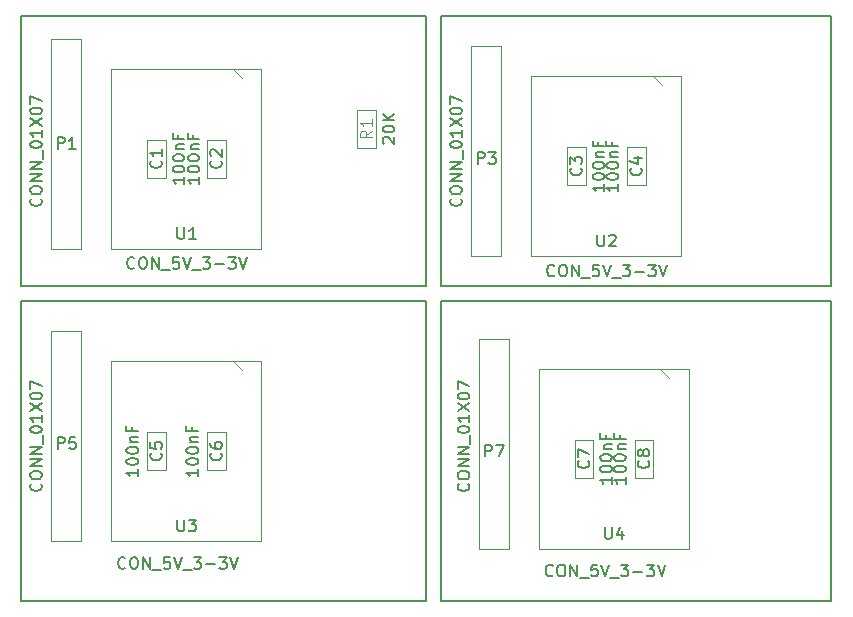
<source format=gbr>
G04 #@! TF.FileFunction,Other,Fab,Top*
%FSLAX46Y46*%
G04 Gerber Fmt 4.6, Leading zero omitted, Abs format (unit mm)*
G04 Created by KiCad (PCBNEW 4.0.7) date 12/12/18 08:01:04*
%MOMM*%
%LPD*%
G01*
G04 APERTURE LIST*
%ADD10C,0.100000*%
%ADD11C,0.200000*%
%ADD12C,0.120000*%
%ADD13C,0.150000*%
%ADD14C,0.105000*%
G04 APERTURE END LIST*
D10*
D11*
X143510000Y-113030000D02*
X176530000Y-113030000D01*
X176530000Y-87630000D02*
X176530000Y-113030000D01*
X143510000Y-87630000D02*
X176530000Y-87630000D01*
X143510000Y-113030000D02*
X143510000Y-87630000D01*
X142240000Y-87630000D02*
X142240000Y-110490000D01*
X107950000Y-87630000D02*
X142240000Y-87630000D01*
X107950000Y-110490000D02*
X107950000Y-87630000D01*
X107950000Y-113030000D02*
X107950000Y-110490000D01*
X142240000Y-113030000D02*
X107950000Y-113030000D01*
X142240000Y-110490000D02*
X142240000Y-113030000D01*
X107950000Y-113030000D02*
X107950000Y-110490000D01*
X142240000Y-113030000D02*
X107950000Y-113030000D01*
X142240000Y-110490000D02*
X142240000Y-113030000D01*
X176530000Y-63500000D02*
X143510000Y-63500000D01*
X176530000Y-86360000D02*
X176530000Y-63500000D01*
X143510000Y-86360000D02*
X176530000Y-86360000D01*
X143510000Y-63500000D02*
X143510000Y-86360000D01*
X142240000Y-86360000D02*
X142240000Y-63500000D01*
X107950000Y-86360000D02*
X142240000Y-86360000D01*
X107950000Y-63500000D02*
X107950000Y-86360000D01*
X142240000Y-63500000D02*
X107950000Y-63500000D01*
D10*
X146685000Y-103505000D02*
X146685000Y-108585000D01*
X146685000Y-108585000D02*
X149225000Y-108585000D01*
X149225000Y-108585000D02*
X149225000Y-103505000D01*
X146685000Y-90805000D02*
X146685000Y-103505000D01*
X149225000Y-103505000D02*
X149225000Y-90805000D01*
X149225000Y-90805000D02*
X146685000Y-90805000D01*
X110490000Y-102870000D02*
X110490000Y-107950000D01*
X110490000Y-107950000D02*
X113030000Y-107950000D01*
X113030000Y-107950000D02*
X113030000Y-102870000D01*
X110490000Y-90170000D02*
X110490000Y-102870000D01*
X113030000Y-102870000D02*
X113030000Y-90170000D01*
X113030000Y-90170000D02*
X110490000Y-90170000D01*
X146050000Y-78740000D02*
X146050000Y-83820000D01*
X146050000Y-83820000D02*
X148590000Y-83820000D01*
X148590000Y-83820000D02*
X148590000Y-78740000D01*
X146050000Y-66040000D02*
X146050000Y-78740000D01*
X148590000Y-78740000D02*
X148590000Y-66040000D01*
X148590000Y-66040000D02*
X146050000Y-66040000D01*
X110490000Y-78105000D02*
X110490000Y-83185000D01*
X110490000Y-83185000D02*
X113030000Y-83185000D01*
X113030000Y-83185000D02*
X113030000Y-78105000D01*
X110490000Y-65405000D02*
X110490000Y-78105000D01*
X113030000Y-78105000D02*
X113030000Y-65405000D01*
X113030000Y-65405000D02*
X110490000Y-65405000D01*
X118580000Y-73965000D02*
X120180000Y-73965000D01*
X118580000Y-77165000D02*
X118580000Y-73965000D01*
X120180000Y-77165000D02*
X118580000Y-77165000D01*
X120180000Y-73965000D02*
X120180000Y-77165000D01*
X123660000Y-73965000D02*
X125260000Y-73965000D01*
X123660000Y-77165000D02*
X123660000Y-73965000D01*
X125260000Y-77165000D02*
X123660000Y-77165000D01*
X125260000Y-73965000D02*
X125260000Y-77165000D01*
X154140000Y-74600000D02*
X155740000Y-74600000D01*
X154140000Y-77800000D02*
X154140000Y-74600000D01*
X155740000Y-77800000D02*
X154140000Y-77800000D01*
X155740000Y-74600000D02*
X155740000Y-77800000D01*
X159220000Y-74600000D02*
X160820000Y-74600000D01*
X159220000Y-77800000D02*
X159220000Y-74600000D01*
X160820000Y-77800000D02*
X159220000Y-77800000D01*
X160820000Y-74600000D02*
X160820000Y-77800000D01*
D12*
X115570000Y-83185000D02*
X128270000Y-83185000D01*
X115570000Y-67945000D02*
X115570000Y-83185000D01*
X128270000Y-83185000D02*
X128270000Y-67945000D01*
X125857000Y-67945000D02*
X126619000Y-68707000D01*
D10*
X118350000Y-67945000D02*
X126490000Y-67945000D01*
X128270000Y-67945000D02*
X115570000Y-67945000D01*
D12*
X151130000Y-83820000D02*
X163830000Y-83820000D01*
X151130000Y-68580000D02*
X151130000Y-83820000D01*
X163830000Y-83820000D02*
X163830000Y-68580000D01*
X161417000Y-68580000D02*
X162179000Y-69342000D01*
D10*
X153910000Y-68580000D02*
X162050000Y-68580000D01*
X163830000Y-68580000D02*
X151130000Y-68580000D01*
X137960000Y-74625000D02*
X136360000Y-74625000D01*
X137960000Y-71425000D02*
X137960000Y-74625000D01*
X136360000Y-71425000D02*
X137960000Y-71425000D01*
X136360000Y-74625000D02*
X136360000Y-71425000D01*
X118580000Y-98730000D02*
X120180000Y-98730000D01*
X118580000Y-101930000D02*
X118580000Y-98730000D01*
X120180000Y-101930000D02*
X118580000Y-101930000D01*
X120180000Y-98730000D02*
X120180000Y-101930000D01*
X123660000Y-98730000D02*
X125260000Y-98730000D01*
X123660000Y-101930000D02*
X123660000Y-98730000D01*
X125260000Y-101930000D02*
X123660000Y-101930000D01*
X125260000Y-98730000D02*
X125260000Y-101930000D01*
D12*
X115570000Y-107950000D02*
X128270000Y-107950000D01*
X115570000Y-92710000D02*
X115570000Y-107950000D01*
X128270000Y-107950000D02*
X128270000Y-92710000D01*
X125857000Y-92710000D02*
X126619000Y-93472000D01*
D10*
X118350000Y-92710000D02*
X126490000Y-92710000D01*
X128270000Y-92710000D02*
X115570000Y-92710000D01*
X154775000Y-99365000D02*
X156375000Y-99365000D01*
X154775000Y-102565000D02*
X154775000Y-99365000D01*
X156375000Y-102565000D02*
X154775000Y-102565000D01*
X156375000Y-99365000D02*
X156375000Y-102565000D01*
X159855000Y-99365000D02*
X161455000Y-99365000D01*
X159855000Y-102565000D02*
X159855000Y-99365000D01*
X161455000Y-102565000D02*
X159855000Y-102565000D01*
X161455000Y-99365000D02*
X161455000Y-102565000D01*
D12*
X151765000Y-108585000D02*
X164465000Y-108585000D01*
X151765000Y-93345000D02*
X151765000Y-108585000D01*
X164465000Y-108585000D02*
X164465000Y-93345000D01*
X162052000Y-93345000D02*
X162814000Y-94107000D01*
D10*
X154545000Y-93345000D02*
X162685000Y-93345000D01*
X164465000Y-93345000D02*
X151765000Y-93345000D01*
D13*
X145772143Y-103083809D02*
X145819762Y-103131428D01*
X145867381Y-103274285D01*
X145867381Y-103369523D01*
X145819762Y-103512381D01*
X145724524Y-103607619D01*
X145629286Y-103655238D01*
X145438810Y-103702857D01*
X145295952Y-103702857D01*
X145105476Y-103655238D01*
X145010238Y-103607619D01*
X144915000Y-103512381D01*
X144867381Y-103369523D01*
X144867381Y-103274285D01*
X144915000Y-103131428D01*
X144962619Y-103083809D01*
X144867381Y-102464762D02*
X144867381Y-102274285D01*
X144915000Y-102179047D01*
X145010238Y-102083809D01*
X145200714Y-102036190D01*
X145534048Y-102036190D01*
X145724524Y-102083809D01*
X145819762Y-102179047D01*
X145867381Y-102274285D01*
X145867381Y-102464762D01*
X145819762Y-102560000D01*
X145724524Y-102655238D01*
X145534048Y-102702857D01*
X145200714Y-102702857D01*
X145010238Y-102655238D01*
X144915000Y-102560000D01*
X144867381Y-102464762D01*
X145867381Y-101607619D02*
X144867381Y-101607619D01*
X145867381Y-101036190D01*
X144867381Y-101036190D01*
X145867381Y-100560000D02*
X144867381Y-100560000D01*
X145867381Y-99988571D01*
X144867381Y-99988571D01*
X145962619Y-99750476D02*
X145962619Y-98988571D01*
X144867381Y-98560000D02*
X144867381Y-98464761D01*
X144915000Y-98369523D01*
X144962619Y-98321904D01*
X145057857Y-98274285D01*
X145248333Y-98226666D01*
X145486429Y-98226666D01*
X145676905Y-98274285D01*
X145772143Y-98321904D01*
X145819762Y-98369523D01*
X145867381Y-98464761D01*
X145867381Y-98560000D01*
X145819762Y-98655238D01*
X145772143Y-98702857D01*
X145676905Y-98750476D01*
X145486429Y-98798095D01*
X145248333Y-98798095D01*
X145057857Y-98750476D01*
X144962619Y-98702857D01*
X144915000Y-98655238D01*
X144867381Y-98560000D01*
X145867381Y-97274285D02*
X145867381Y-97845714D01*
X145867381Y-97560000D02*
X144867381Y-97560000D01*
X145010238Y-97655238D01*
X145105476Y-97750476D01*
X145153095Y-97845714D01*
X144867381Y-96940952D02*
X145867381Y-96274285D01*
X144867381Y-96274285D02*
X145867381Y-96940952D01*
X144867381Y-95702857D02*
X144867381Y-95607618D01*
X144915000Y-95512380D01*
X144962619Y-95464761D01*
X145057857Y-95417142D01*
X145248333Y-95369523D01*
X145486429Y-95369523D01*
X145676905Y-95417142D01*
X145772143Y-95464761D01*
X145819762Y-95512380D01*
X145867381Y-95607618D01*
X145867381Y-95702857D01*
X145819762Y-95798095D01*
X145772143Y-95845714D01*
X145676905Y-95893333D01*
X145486429Y-95940952D01*
X145248333Y-95940952D01*
X145057857Y-95893333D01*
X144962619Y-95845714D01*
X144915000Y-95798095D01*
X144867381Y-95702857D01*
X144867381Y-95036190D02*
X144867381Y-94369523D01*
X145867381Y-94798095D01*
X147216905Y-100782381D02*
X147216905Y-99782381D01*
X147597858Y-99782381D01*
X147693096Y-99830000D01*
X147740715Y-99877619D01*
X147788334Y-99972857D01*
X147788334Y-100115714D01*
X147740715Y-100210952D01*
X147693096Y-100258571D01*
X147597858Y-100306190D01*
X147216905Y-100306190D01*
X148121667Y-99782381D02*
X148788334Y-99782381D01*
X148359762Y-100782381D01*
X109577143Y-103083809D02*
X109624762Y-103131428D01*
X109672381Y-103274285D01*
X109672381Y-103369523D01*
X109624762Y-103512381D01*
X109529524Y-103607619D01*
X109434286Y-103655238D01*
X109243810Y-103702857D01*
X109100952Y-103702857D01*
X108910476Y-103655238D01*
X108815238Y-103607619D01*
X108720000Y-103512381D01*
X108672381Y-103369523D01*
X108672381Y-103274285D01*
X108720000Y-103131428D01*
X108767619Y-103083809D01*
X108672381Y-102464762D02*
X108672381Y-102274285D01*
X108720000Y-102179047D01*
X108815238Y-102083809D01*
X109005714Y-102036190D01*
X109339048Y-102036190D01*
X109529524Y-102083809D01*
X109624762Y-102179047D01*
X109672381Y-102274285D01*
X109672381Y-102464762D01*
X109624762Y-102560000D01*
X109529524Y-102655238D01*
X109339048Y-102702857D01*
X109005714Y-102702857D01*
X108815238Y-102655238D01*
X108720000Y-102560000D01*
X108672381Y-102464762D01*
X109672381Y-101607619D02*
X108672381Y-101607619D01*
X109672381Y-101036190D01*
X108672381Y-101036190D01*
X109672381Y-100560000D02*
X108672381Y-100560000D01*
X109672381Y-99988571D01*
X108672381Y-99988571D01*
X109767619Y-99750476D02*
X109767619Y-98988571D01*
X108672381Y-98560000D02*
X108672381Y-98464761D01*
X108720000Y-98369523D01*
X108767619Y-98321904D01*
X108862857Y-98274285D01*
X109053333Y-98226666D01*
X109291429Y-98226666D01*
X109481905Y-98274285D01*
X109577143Y-98321904D01*
X109624762Y-98369523D01*
X109672381Y-98464761D01*
X109672381Y-98560000D01*
X109624762Y-98655238D01*
X109577143Y-98702857D01*
X109481905Y-98750476D01*
X109291429Y-98798095D01*
X109053333Y-98798095D01*
X108862857Y-98750476D01*
X108767619Y-98702857D01*
X108720000Y-98655238D01*
X108672381Y-98560000D01*
X109672381Y-97274285D02*
X109672381Y-97845714D01*
X109672381Y-97560000D02*
X108672381Y-97560000D01*
X108815238Y-97655238D01*
X108910476Y-97750476D01*
X108958095Y-97845714D01*
X108672381Y-96940952D02*
X109672381Y-96274285D01*
X108672381Y-96274285D02*
X109672381Y-96940952D01*
X108672381Y-95702857D02*
X108672381Y-95607618D01*
X108720000Y-95512380D01*
X108767619Y-95464761D01*
X108862857Y-95417142D01*
X109053333Y-95369523D01*
X109291429Y-95369523D01*
X109481905Y-95417142D01*
X109577143Y-95464761D01*
X109624762Y-95512380D01*
X109672381Y-95607618D01*
X109672381Y-95702857D01*
X109624762Y-95798095D01*
X109577143Y-95845714D01*
X109481905Y-95893333D01*
X109291429Y-95940952D01*
X109053333Y-95940952D01*
X108862857Y-95893333D01*
X108767619Y-95845714D01*
X108720000Y-95798095D01*
X108672381Y-95702857D01*
X108672381Y-95036190D02*
X108672381Y-94369523D01*
X109672381Y-94798095D01*
X111021905Y-100147381D02*
X111021905Y-99147381D01*
X111402858Y-99147381D01*
X111498096Y-99195000D01*
X111545715Y-99242619D01*
X111593334Y-99337857D01*
X111593334Y-99480714D01*
X111545715Y-99575952D01*
X111498096Y-99623571D01*
X111402858Y-99671190D01*
X111021905Y-99671190D01*
X112498096Y-99147381D02*
X112021905Y-99147381D01*
X111974286Y-99623571D01*
X112021905Y-99575952D01*
X112117143Y-99528333D01*
X112355239Y-99528333D01*
X112450477Y-99575952D01*
X112498096Y-99623571D01*
X112545715Y-99718810D01*
X112545715Y-99956905D01*
X112498096Y-100052143D01*
X112450477Y-100099762D01*
X112355239Y-100147381D01*
X112117143Y-100147381D01*
X112021905Y-100099762D01*
X111974286Y-100052143D01*
X145137143Y-78953809D02*
X145184762Y-79001428D01*
X145232381Y-79144285D01*
X145232381Y-79239523D01*
X145184762Y-79382381D01*
X145089524Y-79477619D01*
X144994286Y-79525238D01*
X144803810Y-79572857D01*
X144660952Y-79572857D01*
X144470476Y-79525238D01*
X144375238Y-79477619D01*
X144280000Y-79382381D01*
X144232381Y-79239523D01*
X144232381Y-79144285D01*
X144280000Y-79001428D01*
X144327619Y-78953809D01*
X144232381Y-78334762D02*
X144232381Y-78144285D01*
X144280000Y-78049047D01*
X144375238Y-77953809D01*
X144565714Y-77906190D01*
X144899048Y-77906190D01*
X145089524Y-77953809D01*
X145184762Y-78049047D01*
X145232381Y-78144285D01*
X145232381Y-78334762D01*
X145184762Y-78430000D01*
X145089524Y-78525238D01*
X144899048Y-78572857D01*
X144565714Y-78572857D01*
X144375238Y-78525238D01*
X144280000Y-78430000D01*
X144232381Y-78334762D01*
X145232381Y-77477619D02*
X144232381Y-77477619D01*
X145232381Y-76906190D01*
X144232381Y-76906190D01*
X145232381Y-76430000D02*
X144232381Y-76430000D01*
X145232381Y-75858571D01*
X144232381Y-75858571D01*
X145327619Y-75620476D02*
X145327619Y-74858571D01*
X144232381Y-74430000D02*
X144232381Y-74334761D01*
X144280000Y-74239523D01*
X144327619Y-74191904D01*
X144422857Y-74144285D01*
X144613333Y-74096666D01*
X144851429Y-74096666D01*
X145041905Y-74144285D01*
X145137143Y-74191904D01*
X145184762Y-74239523D01*
X145232381Y-74334761D01*
X145232381Y-74430000D01*
X145184762Y-74525238D01*
X145137143Y-74572857D01*
X145041905Y-74620476D01*
X144851429Y-74668095D01*
X144613333Y-74668095D01*
X144422857Y-74620476D01*
X144327619Y-74572857D01*
X144280000Y-74525238D01*
X144232381Y-74430000D01*
X145232381Y-73144285D02*
X145232381Y-73715714D01*
X145232381Y-73430000D02*
X144232381Y-73430000D01*
X144375238Y-73525238D01*
X144470476Y-73620476D01*
X144518095Y-73715714D01*
X144232381Y-72810952D02*
X145232381Y-72144285D01*
X144232381Y-72144285D02*
X145232381Y-72810952D01*
X144232381Y-71572857D02*
X144232381Y-71477618D01*
X144280000Y-71382380D01*
X144327619Y-71334761D01*
X144422857Y-71287142D01*
X144613333Y-71239523D01*
X144851429Y-71239523D01*
X145041905Y-71287142D01*
X145137143Y-71334761D01*
X145184762Y-71382380D01*
X145232381Y-71477618D01*
X145232381Y-71572857D01*
X145184762Y-71668095D01*
X145137143Y-71715714D01*
X145041905Y-71763333D01*
X144851429Y-71810952D01*
X144613333Y-71810952D01*
X144422857Y-71763333D01*
X144327619Y-71715714D01*
X144280000Y-71668095D01*
X144232381Y-71572857D01*
X144232381Y-70906190D02*
X144232381Y-70239523D01*
X145232381Y-70668095D01*
X146581905Y-76017381D02*
X146581905Y-75017381D01*
X146962858Y-75017381D01*
X147058096Y-75065000D01*
X147105715Y-75112619D01*
X147153334Y-75207857D01*
X147153334Y-75350714D01*
X147105715Y-75445952D01*
X147058096Y-75493571D01*
X146962858Y-75541190D01*
X146581905Y-75541190D01*
X147486667Y-75017381D02*
X148105715Y-75017381D01*
X147772381Y-75398333D01*
X147915239Y-75398333D01*
X148010477Y-75445952D01*
X148058096Y-75493571D01*
X148105715Y-75588810D01*
X148105715Y-75826905D01*
X148058096Y-75922143D01*
X148010477Y-75969762D01*
X147915239Y-76017381D01*
X147629524Y-76017381D01*
X147534286Y-75969762D01*
X147486667Y-75922143D01*
X109577143Y-78953809D02*
X109624762Y-79001428D01*
X109672381Y-79144285D01*
X109672381Y-79239523D01*
X109624762Y-79382381D01*
X109529524Y-79477619D01*
X109434286Y-79525238D01*
X109243810Y-79572857D01*
X109100952Y-79572857D01*
X108910476Y-79525238D01*
X108815238Y-79477619D01*
X108720000Y-79382381D01*
X108672381Y-79239523D01*
X108672381Y-79144285D01*
X108720000Y-79001428D01*
X108767619Y-78953809D01*
X108672381Y-78334762D02*
X108672381Y-78144285D01*
X108720000Y-78049047D01*
X108815238Y-77953809D01*
X109005714Y-77906190D01*
X109339048Y-77906190D01*
X109529524Y-77953809D01*
X109624762Y-78049047D01*
X109672381Y-78144285D01*
X109672381Y-78334762D01*
X109624762Y-78430000D01*
X109529524Y-78525238D01*
X109339048Y-78572857D01*
X109005714Y-78572857D01*
X108815238Y-78525238D01*
X108720000Y-78430000D01*
X108672381Y-78334762D01*
X109672381Y-77477619D02*
X108672381Y-77477619D01*
X109672381Y-76906190D01*
X108672381Y-76906190D01*
X109672381Y-76430000D02*
X108672381Y-76430000D01*
X109672381Y-75858571D01*
X108672381Y-75858571D01*
X109767619Y-75620476D02*
X109767619Y-74858571D01*
X108672381Y-74430000D02*
X108672381Y-74334761D01*
X108720000Y-74239523D01*
X108767619Y-74191904D01*
X108862857Y-74144285D01*
X109053333Y-74096666D01*
X109291429Y-74096666D01*
X109481905Y-74144285D01*
X109577143Y-74191904D01*
X109624762Y-74239523D01*
X109672381Y-74334761D01*
X109672381Y-74430000D01*
X109624762Y-74525238D01*
X109577143Y-74572857D01*
X109481905Y-74620476D01*
X109291429Y-74668095D01*
X109053333Y-74668095D01*
X108862857Y-74620476D01*
X108767619Y-74572857D01*
X108720000Y-74525238D01*
X108672381Y-74430000D01*
X109672381Y-73144285D02*
X109672381Y-73715714D01*
X109672381Y-73430000D02*
X108672381Y-73430000D01*
X108815238Y-73525238D01*
X108910476Y-73620476D01*
X108958095Y-73715714D01*
X108672381Y-72810952D02*
X109672381Y-72144285D01*
X108672381Y-72144285D02*
X109672381Y-72810952D01*
X108672381Y-71572857D02*
X108672381Y-71477618D01*
X108720000Y-71382380D01*
X108767619Y-71334761D01*
X108862857Y-71287142D01*
X109053333Y-71239523D01*
X109291429Y-71239523D01*
X109481905Y-71287142D01*
X109577143Y-71334761D01*
X109624762Y-71382380D01*
X109672381Y-71477618D01*
X109672381Y-71572857D01*
X109624762Y-71668095D01*
X109577143Y-71715714D01*
X109481905Y-71763333D01*
X109291429Y-71810952D01*
X109053333Y-71810952D01*
X108862857Y-71763333D01*
X108767619Y-71715714D01*
X108720000Y-71668095D01*
X108672381Y-71572857D01*
X108672381Y-70906190D02*
X108672381Y-70239523D01*
X109672381Y-70668095D01*
X111021905Y-74747381D02*
X111021905Y-73747381D01*
X111402858Y-73747381D01*
X111498096Y-73795000D01*
X111545715Y-73842619D01*
X111593334Y-73937857D01*
X111593334Y-74080714D01*
X111545715Y-74175952D01*
X111498096Y-74223571D01*
X111402858Y-74271190D01*
X111021905Y-74271190D01*
X112545715Y-74747381D02*
X111974286Y-74747381D01*
X112260000Y-74747381D02*
X112260000Y-73747381D01*
X112164762Y-73890238D01*
X112069524Y-73985476D01*
X111974286Y-74033095D01*
X121737381Y-77112619D02*
X121737381Y-77684048D01*
X121737381Y-77398334D02*
X120737381Y-77398334D01*
X120880238Y-77493572D01*
X120975476Y-77588810D01*
X121023095Y-77684048D01*
X120737381Y-76493572D02*
X120737381Y-76398333D01*
X120785000Y-76303095D01*
X120832619Y-76255476D01*
X120927857Y-76207857D01*
X121118333Y-76160238D01*
X121356429Y-76160238D01*
X121546905Y-76207857D01*
X121642143Y-76255476D01*
X121689762Y-76303095D01*
X121737381Y-76398333D01*
X121737381Y-76493572D01*
X121689762Y-76588810D01*
X121642143Y-76636429D01*
X121546905Y-76684048D01*
X121356429Y-76731667D01*
X121118333Y-76731667D01*
X120927857Y-76684048D01*
X120832619Y-76636429D01*
X120785000Y-76588810D01*
X120737381Y-76493572D01*
X120737381Y-75541191D02*
X120737381Y-75445952D01*
X120785000Y-75350714D01*
X120832619Y-75303095D01*
X120927857Y-75255476D01*
X121118333Y-75207857D01*
X121356429Y-75207857D01*
X121546905Y-75255476D01*
X121642143Y-75303095D01*
X121689762Y-75350714D01*
X121737381Y-75445952D01*
X121737381Y-75541191D01*
X121689762Y-75636429D01*
X121642143Y-75684048D01*
X121546905Y-75731667D01*
X121356429Y-75779286D01*
X121118333Y-75779286D01*
X120927857Y-75731667D01*
X120832619Y-75684048D01*
X120785000Y-75636429D01*
X120737381Y-75541191D01*
X121070714Y-74779286D02*
X121737381Y-74779286D01*
X121165952Y-74779286D02*
X121118333Y-74731667D01*
X121070714Y-74636429D01*
X121070714Y-74493571D01*
X121118333Y-74398333D01*
X121213571Y-74350714D01*
X121737381Y-74350714D01*
X121213571Y-73541190D02*
X121213571Y-73874524D01*
X121737381Y-73874524D02*
X120737381Y-73874524D01*
X120737381Y-73398333D01*
X119737143Y-75731666D02*
X119784762Y-75779285D01*
X119832381Y-75922142D01*
X119832381Y-76017380D01*
X119784762Y-76160238D01*
X119689524Y-76255476D01*
X119594286Y-76303095D01*
X119403810Y-76350714D01*
X119260952Y-76350714D01*
X119070476Y-76303095D01*
X118975238Y-76255476D01*
X118880000Y-76160238D01*
X118832381Y-76017380D01*
X118832381Y-75922142D01*
X118880000Y-75779285D01*
X118927619Y-75731666D01*
X119832381Y-74779285D02*
X119832381Y-75350714D01*
X119832381Y-75065000D02*
X118832381Y-75065000D01*
X118975238Y-75160238D01*
X119070476Y-75255476D01*
X119118095Y-75350714D01*
X123007381Y-77112619D02*
X123007381Y-77684048D01*
X123007381Y-77398334D02*
X122007381Y-77398334D01*
X122150238Y-77493572D01*
X122245476Y-77588810D01*
X122293095Y-77684048D01*
X122007381Y-76493572D02*
X122007381Y-76398333D01*
X122055000Y-76303095D01*
X122102619Y-76255476D01*
X122197857Y-76207857D01*
X122388333Y-76160238D01*
X122626429Y-76160238D01*
X122816905Y-76207857D01*
X122912143Y-76255476D01*
X122959762Y-76303095D01*
X123007381Y-76398333D01*
X123007381Y-76493572D01*
X122959762Y-76588810D01*
X122912143Y-76636429D01*
X122816905Y-76684048D01*
X122626429Y-76731667D01*
X122388333Y-76731667D01*
X122197857Y-76684048D01*
X122102619Y-76636429D01*
X122055000Y-76588810D01*
X122007381Y-76493572D01*
X122007381Y-75541191D02*
X122007381Y-75445952D01*
X122055000Y-75350714D01*
X122102619Y-75303095D01*
X122197857Y-75255476D01*
X122388333Y-75207857D01*
X122626429Y-75207857D01*
X122816905Y-75255476D01*
X122912143Y-75303095D01*
X122959762Y-75350714D01*
X123007381Y-75445952D01*
X123007381Y-75541191D01*
X122959762Y-75636429D01*
X122912143Y-75684048D01*
X122816905Y-75731667D01*
X122626429Y-75779286D01*
X122388333Y-75779286D01*
X122197857Y-75731667D01*
X122102619Y-75684048D01*
X122055000Y-75636429D01*
X122007381Y-75541191D01*
X122340714Y-74779286D02*
X123007381Y-74779286D01*
X122435952Y-74779286D02*
X122388333Y-74731667D01*
X122340714Y-74636429D01*
X122340714Y-74493571D01*
X122388333Y-74398333D01*
X122483571Y-74350714D01*
X123007381Y-74350714D01*
X122483571Y-73541190D02*
X122483571Y-73874524D01*
X123007381Y-73874524D02*
X122007381Y-73874524D01*
X122007381Y-73398333D01*
X124817143Y-75731666D02*
X124864762Y-75779285D01*
X124912381Y-75922142D01*
X124912381Y-76017380D01*
X124864762Y-76160238D01*
X124769524Y-76255476D01*
X124674286Y-76303095D01*
X124483810Y-76350714D01*
X124340952Y-76350714D01*
X124150476Y-76303095D01*
X124055238Y-76255476D01*
X123960000Y-76160238D01*
X123912381Y-76017380D01*
X123912381Y-75922142D01*
X123960000Y-75779285D01*
X124007619Y-75731666D01*
X124007619Y-75350714D02*
X123960000Y-75303095D01*
X123912381Y-75207857D01*
X123912381Y-74969761D01*
X123960000Y-74874523D01*
X124007619Y-74826904D01*
X124102857Y-74779285D01*
X124198095Y-74779285D01*
X124340952Y-74826904D01*
X124912381Y-75398333D01*
X124912381Y-74779285D01*
X157297381Y-77747619D02*
X157297381Y-78319048D01*
X157297381Y-78033334D02*
X156297381Y-78033334D01*
X156440238Y-78128572D01*
X156535476Y-78223810D01*
X156583095Y-78319048D01*
X156297381Y-77128572D02*
X156297381Y-77033333D01*
X156345000Y-76938095D01*
X156392619Y-76890476D01*
X156487857Y-76842857D01*
X156678333Y-76795238D01*
X156916429Y-76795238D01*
X157106905Y-76842857D01*
X157202143Y-76890476D01*
X157249762Y-76938095D01*
X157297381Y-77033333D01*
X157297381Y-77128572D01*
X157249762Y-77223810D01*
X157202143Y-77271429D01*
X157106905Y-77319048D01*
X156916429Y-77366667D01*
X156678333Y-77366667D01*
X156487857Y-77319048D01*
X156392619Y-77271429D01*
X156345000Y-77223810D01*
X156297381Y-77128572D01*
X156297381Y-76176191D02*
X156297381Y-76080952D01*
X156345000Y-75985714D01*
X156392619Y-75938095D01*
X156487857Y-75890476D01*
X156678333Y-75842857D01*
X156916429Y-75842857D01*
X157106905Y-75890476D01*
X157202143Y-75938095D01*
X157249762Y-75985714D01*
X157297381Y-76080952D01*
X157297381Y-76176191D01*
X157249762Y-76271429D01*
X157202143Y-76319048D01*
X157106905Y-76366667D01*
X156916429Y-76414286D01*
X156678333Y-76414286D01*
X156487857Y-76366667D01*
X156392619Y-76319048D01*
X156345000Y-76271429D01*
X156297381Y-76176191D01*
X156630714Y-75414286D02*
X157297381Y-75414286D01*
X156725952Y-75414286D02*
X156678333Y-75366667D01*
X156630714Y-75271429D01*
X156630714Y-75128571D01*
X156678333Y-75033333D01*
X156773571Y-74985714D01*
X157297381Y-74985714D01*
X156773571Y-74176190D02*
X156773571Y-74509524D01*
X157297381Y-74509524D02*
X156297381Y-74509524D01*
X156297381Y-74033333D01*
X155297143Y-76366666D02*
X155344762Y-76414285D01*
X155392381Y-76557142D01*
X155392381Y-76652380D01*
X155344762Y-76795238D01*
X155249524Y-76890476D01*
X155154286Y-76938095D01*
X154963810Y-76985714D01*
X154820952Y-76985714D01*
X154630476Y-76938095D01*
X154535238Y-76890476D01*
X154440000Y-76795238D01*
X154392381Y-76652380D01*
X154392381Y-76557142D01*
X154440000Y-76414285D01*
X154487619Y-76366666D01*
X154392381Y-76033333D02*
X154392381Y-75414285D01*
X154773333Y-75747619D01*
X154773333Y-75604761D01*
X154820952Y-75509523D01*
X154868571Y-75461904D01*
X154963810Y-75414285D01*
X155201905Y-75414285D01*
X155297143Y-75461904D01*
X155344762Y-75509523D01*
X155392381Y-75604761D01*
X155392381Y-75890476D01*
X155344762Y-75985714D01*
X155297143Y-76033333D01*
X158472381Y-77747619D02*
X158472381Y-78319048D01*
X158472381Y-78033334D02*
X157472381Y-78033334D01*
X157615238Y-78128572D01*
X157710476Y-78223810D01*
X157758095Y-78319048D01*
X157472381Y-77128572D02*
X157472381Y-77033333D01*
X157520000Y-76938095D01*
X157567619Y-76890476D01*
X157662857Y-76842857D01*
X157853333Y-76795238D01*
X158091429Y-76795238D01*
X158281905Y-76842857D01*
X158377143Y-76890476D01*
X158424762Y-76938095D01*
X158472381Y-77033333D01*
X158472381Y-77128572D01*
X158424762Y-77223810D01*
X158377143Y-77271429D01*
X158281905Y-77319048D01*
X158091429Y-77366667D01*
X157853333Y-77366667D01*
X157662857Y-77319048D01*
X157567619Y-77271429D01*
X157520000Y-77223810D01*
X157472381Y-77128572D01*
X157472381Y-76176191D02*
X157472381Y-76080952D01*
X157520000Y-75985714D01*
X157567619Y-75938095D01*
X157662857Y-75890476D01*
X157853333Y-75842857D01*
X158091429Y-75842857D01*
X158281905Y-75890476D01*
X158377143Y-75938095D01*
X158424762Y-75985714D01*
X158472381Y-76080952D01*
X158472381Y-76176191D01*
X158424762Y-76271429D01*
X158377143Y-76319048D01*
X158281905Y-76366667D01*
X158091429Y-76414286D01*
X157853333Y-76414286D01*
X157662857Y-76366667D01*
X157567619Y-76319048D01*
X157520000Y-76271429D01*
X157472381Y-76176191D01*
X157805714Y-75414286D02*
X158472381Y-75414286D01*
X157900952Y-75414286D02*
X157853333Y-75366667D01*
X157805714Y-75271429D01*
X157805714Y-75128571D01*
X157853333Y-75033333D01*
X157948571Y-74985714D01*
X158472381Y-74985714D01*
X157948571Y-74176190D02*
X157948571Y-74509524D01*
X158472381Y-74509524D02*
X157472381Y-74509524D01*
X157472381Y-74033333D01*
X160377143Y-76366666D02*
X160424762Y-76414285D01*
X160472381Y-76557142D01*
X160472381Y-76652380D01*
X160424762Y-76795238D01*
X160329524Y-76890476D01*
X160234286Y-76938095D01*
X160043810Y-76985714D01*
X159900952Y-76985714D01*
X159710476Y-76938095D01*
X159615238Y-76890476D01*
X159520000Y-76795238D01*
X159472381Y-76652380D01*
X159472381Y-76557142D01*
X159520000Y-76414285D01*
X159567619Y-76366666D01*
X159805714Y-75509523D02*
X160472381Y-75509523D01*
X159424762Y-75747619D02*
X160139048Y-75985714D01*
X160139048Y-75366666D01*
X117515238Y-84812143D02*
X117467619Y-84859762D01*
X117324762Y-84907381D01*
X117229524Y-84907381D01*
X117086666Y-84859762D01*
X116991428Y-84764524D01*
X116943809Y-84669286D01*
X116896190Y-84478810D01*
X116896190Y-84335952D01*
X116943809Y-84145476D01*
X116991428Y-84050238D01*
X117086666Y-83955000D01*
X117229524Y-83907381D01*
X117324762Y-83907381D01*
X117467619Y-83955000D01*
X117515238Y-84002619D01*
X118134285Y-83907381D02*
X118324762Y-83907381D01*
X118420000Y-83955000D01*
X118515238Y-84050238D01*
X118562857Y-84240714D01*
X118562857Y-84574048D01*
X118515238Y-84764524D01*
X118420000Y-84859762D01*
X118324762Y-84907381D01*
X118134285Y-84907381D01*
X118039047Y-84859762D01*
X117943809Y-84764524D01*
X117896190Y-84574048D01*
X117896190Y-84240714D01*
X117943809Y-84050238D01*
X118039047Y-83955000D01*
X118134285Y-83907381D01*
X118991428Y-84907381D02*
X118991428Y-83907381D01*
X119562857Y-84907381D01*
X119562857Y-83907381D01*
X119800952Y-85002619D02*
X120562857Y-85002619D01*
X121277143Y-83907381D02*
X120800952Y-83907381D01*
X120753333Y-84383571D01*
X120800952Y-84335952D01*
X120896190Y-84288333D01*
X121134286Y-84288333D01*
X121229524Y-84335952D01*
X121277143Y-84383571D01*
X121324762Y-84478810D01*
X121324762Y-84716905D01*
X121277143Y-84812143D01*
X121229524Y-84859762D01*
X121134286Y-84907381D01*
X120896190Y-84907381D01*
X120800952Y-84859762D01*
X120753333Y-84812143D01*
X121610476Y-83907381D02*
X121943809Y-84907381D01*
X122277143Y-83907381D01*
X122372381Y-85002619D02*
X123134286Y-85002619D01*
X123277143Y-83907381D02*
X123896191Y-83907381D01*
X123562857Y-84288333D01*
X123705715Y-84288333D01*
X123800953Y-84335952D01*
X123848572Y-84383571D01*
X123896191Y-84478810D01*
X123896191Y-84716905D01*
X123848572Y-84812143D01*
X123800953Y-84859762D01*
X123705715Y-84907381D01*
X123420000Y-84907381D01*
X123324762Y-84859762D01*
X123277143Y-84812143D01*
X124324762Y-84526429D02*
X125086667Y-84526429D01*
X125467619Y-83907381D02*
X126086667Y-83907381D01*
X125753333Y-84288333D01*
X125896191Y-84288333D01*
X125991429Y-84335952D01*
X126039048Y-84383571D01*
X126086667Y-84478810D01*
X126086667Y-84716905D01*
X126039048Y-84812143D01*
X125991429Y-84859762D01*
X125896191Y-84907381D01*
X125610476Y-84907381D01*
X125515238Y-84859762D01*
X125467619Y-84812143D01*
X126372381Y-83907381D02*
X126705714Y-84907381D01*
X127039048Y-83907381D01*
X121158095Y-81367381D02*
X121158095Y-82176905D01*
X121205714Y-82272143D01*
X121253333Y-82319762D01*
X121348571Y-82367381D01*
X121539048Y-82367381D01*
X121634286Y-82319762D01*
X121681905Y-82272143D01*
X121729524Y-82176905D01*
X121729524Y-81367381D01*
X122729524Y-82367381D02*
X122158095Y-82367381D01*
X122443809Y-82367381D02*
X122443809Y-81367381D01*
X122348571Y-81510238D01*
X122253333Y-81605476D01*
X122158095Y-81653095D01*
X153075238Y-85447143D02*
X153027619Y-85494762D01*
X152884762Y-85542381D01*
X152789524Y-85542381D01*
X152646666Y-85494762D01*
X152551428Y-85399524D01*
X152503809Y-85304286D01*
X152456190Y-85113810D01*
X152456190Y-84970952D01*
X152503809Y-84780476D01*
X152551428Y-84685238D01*
X152646666Y-84590000D01*
X152789524Y-84542381D01*
X152884762Y-84542381D01*
X153027619Y-84590000D01*
X153075238Y-84637619D01*
X153694285Y-84542381D02*
X153884762Y-84542381D01*
X153980000Y-84590000D01*
X154075238Y-84685238D01*
X154122857Y-84875714D01*
X154122857Y-85209048D01*
X154075238Y-85399524D01*
X153980000Y-85494762D01*
X153884762Y-85542381D01*
X153694285Y-85542381D01*
X153599047Y-85494762D01*
X153503809Y-85399524D01*
X153456190Y-85209048D01*
X153456190Y-84875714D01*
X153503809Y-84685238D01*
X153599047Y-84590000D01*
X153694285Y-84542381D01*
X154551428Y-85542381D02*
X154551428Y-84542381D01*
X155122857Y-85542381D01*
X155122857Y-84542381D01*
X155360952Y-85637619D02*
X156122857Y-85637619D01*
X156837143Y-84542381D02*
X156360952Y-84542381D01*
X156313333Y-85018571D01*
X156360952Y-84970952D01*
X156456190Y-84923333D01*
X156694286Y-84923333D01*
X156789524Y-84970952D01*
X156837143Y-85018571D01*
X156884762Y-85113810D01*
X156884762Y-85351905D01*
X156837143Y-85447143D01*
X156789524Y-85494762D01*
X156694286Y-85542381D01*
X156456190Y-85542381D01*
X156360952Y-85494762D01*
X156313333Y-85447143D01*
X157170476Y-84542381D02*
X157503809Y-85542381D01*
X157837143Y-84542381D01*
X157932381Y-85637619D02*
X158694286Y-85637619D01*
X158837143Y-84542381D02*
X159456191Y-84542381D01*
X159122857Y-84923333D01*
X159265715Y-84923333D01*
X159360953Y-84970952D01*
X159408572Y-85018571D01*
X159456191Y-85113810D01*
X159456191Y-85351905D01*
X159408572Y-85447143D01*
X159360953Y-85494762D01*
X159265715Y-85542381D01*
X158980000Y-85542381D01*
X158884762Y-85494762D01*
X158837143Y-85447143D01*
X159884762Y-85161429D02*
X160646667Y-85161429D01*
X161027619Y-84542381D02*
X161646667Y-84542381D01*
X161313333Y-84923333D01*
X161456191Y-84923333D01*
X161551429Y-84970952D01*
X161599048Y-85018571D01*
X161646667Y-85113810D01*
X161646667Y-85351905D01*
X161599048Y-85447143D01*
X161551429Y-85494762D01*
X161456191Y-85542381D01*
X161170476Y-85542381D01*
X161075238Y-85494762D01*
X161027619Y-85447143D01*
X161932381Y-84542381D02*
X162265714Y-85542381D01*
X162599048Y-84542381D01*
X156718095Y-82002381D02*
X156718095Y-82811905D01*
X156765714Y-82907143D01*
X156813333Y-82954762D01*
X156908571Y-83002381D01*
X157099048Y-83002381D01*
X157194286Y-82954762D01*
X157241905Y-82907143D01*
X157289524Y-82811905D01*
X157289524Y-82002381D01*
X157718095Y-82097619D02*
X157765714Y-82050000D01*
X157860952Y-82002381D01*
X158099048Y-82002381D01*
X158194286Y-82050000D01*
X158241905Y-82097619D01*
X158289524Y-82192857D01*
X158289524Y-82288095D01*
X158241905Y-82430952D01*
X157670476Y-83002381D01*
X158289524Y-83002381D01*
X138612619Y-74286905D02*
X138565000Y-74239286D01*
X138517381Y-74144048D01*
X138517381Y-73905952D01*
X138565000Y-73810714D01*
X138612619Y-73763095D01*
X138707857Y-73715476D01*
X138803095Y-73715476D01*
X138945952Y-73763095D01*
X139517381Y-74334524D01*
X139517381Y-73715476D01*
X138517381Y-73096429D02*
X138517381Y-73001190D01*
X138565000Y-72905952D01*
X138612619Y-72858333D01*
X138707857Y-72810714D01*
X138898333Y-72763095D01*
X139136429Y-72763095D01*
X139326905Y-72810714D01*
X139422143Y-72858333D01*
X139469762Y-72905952D01*
X139517381Y-73001190D01*
X139517381Y-73096429D01*
X139469762Y-73191667D01*
X139422143Y-73239286D01*
X139326905Y-73286905D01*
X139136429Y-73334524D01*
X138898333Y-73334524D01*
X138707857Y-73286905D01*
X138612619Y-73239286D01*
X138565000Y-73191667D01*
X138517381Y-73096429D01*
X139517381Y-72334524D02*
X138517381Y-72334524D01*
X139517381Y-71763095D02*
X138945952Y-72191667D01*
X138517381Y-71763095D02*
X139088810Y-72334524D01*
D14*
X137612381Y-73191666D02*
X137136190Y-73525000D01*
X137612381Y-73763095D02*
X136612381Y-73763095D01*
X136612381Y-73382142D01*
X136660000Y-73286904D01*
X136707619Y-73239285D01*
X136802857Y-73191666D01*
X136945714Y-73191666D01*
X137040952Y-73239285D01*
X137088571Y-73286904D01*
X137136190Y-73382142D01*
X137136190Y-73763095D01*
X137612381Y-72239285D02*
X137612381Y-72810714D01*
X137612381Y-72525000D02*
X136612381Y-72525000D01*
X136755238Y-72620238D01*
X136850476Y-72715476D01*
X136898095Y-72810714D01*
D13*
X117832381Y-101877619D02*
X117832381Y-102449048D01*
X117832381Y-102163334D02*
X116832381Y-102163334D01*
X116975238Y-102258572D01*
X117070476Y-102353810D01*
X117118095Y-102449048D01*
X116832381Y-101258572D02*
X116832381Y-101163333D01*
X116880000Y-101068095D01*
X116927619Y-101020476D01*
X117022857Y-100972857D01*
X117213333Y-100925238D01*
X117451429Y-100925238D01*
X117641905Y-100972857D01*
X117737143Y-101020476D01*
X117784762Y-101068095D01*
X117832381Y-101163333D01*
X117832381Y-101258572D01*
X117784762Y-101353810D01*
X117737143Y-101401429D01*
X117641905Y-101449048D01*
X117451429Y-101496667D01*
X117213333Y-101496667D01*
X117022857Y-101449048D01*
X116927619Y-101401429D01*
X116880000Y-101353810D01*
X116832381Y-101258572D01*
X116832381Y-100306191D02*
X116832381Y-100210952D01*
X116880000Y-100115714D01*
X116927619Y-100068095D01*
X117022857Y-100020476D01*
X117213333Y-99972857D01*
X117451429Y-99972857D01*
X117641905Y-100020476D01*
X117737143Y-100068095D01*
X117784762Y-100115714D01*
X117832381Y-100210952D01*
X117832381Y-100306191D01*
X117784762Y-100401429D01*
X117737143Y-100449048D01*
X117641905Y-100496667D01*
X117451429Y-100544286D01*
X117213333Y-100544286D01*
X117022857Y-100496667D01*
X116927619Y-100449048D01*
X116880000Y-100401429D01*
X116832381Y-100306191D01*
X117165714Y-99544286D02*
X117832381Y-99544286D01*
X117260952Y-99544286D02*
X117213333Y-99496667D01*
X117165714Y-99401429D01*
X117165714Y-99258571D01*
X117213333Y-99163333D01*
X117308571Y-99115714D01*
X117832381Y-99115714D01*
X117308571Y-98306190D02*
X117308571Y-98639524D01*
X117832381Y-98639524D02*
X116832381Y-98639524D01*
X116832381Y-98163333D01*
X119737143Y-100496666D02*
X119784762Y-100544285D01*
X119832381Y-100687142D01*
X119832381Y-100782380D01*
X119784762Y-100925238D01*
X119689524Y-101020476D01*
X119594286Y-101068095D01*
X119403810Y-101115714D01*
X119260952Y-101115714D01*
X119070476Y-101068095D01*
X118975238Y-101020476D01*
X118880000Y-100925238D01*
X118832381Y-100782380D01*
X118832381Y-100687142D01*
X118880000Y-100544285D01*
X118927619Y-100496666D01*
X118832381Y-99591904D02*
X118832381Y-100068095D01*
X119308571Y-100115714D01*
X119260952Y-100068095D01*
X119213333Y-99972857D01*
X119213333Y-99734761D01*
X119260952Y-99639523D01*
X119308571Y-99591904D01*
X119403810Y-99544285D01*
X119641905Y-99544285D01*
X119737143Y-99591904D01*
X119784762Y-99639523D01*
X119832381Y-99734761D01*
X119832381Y-99972857D01*
X119784762Y-100068095D01*
X119737143Y-100115714D01*
X122912381Y-101877619D02*
X122912381Y-102449048D01*
X122912381Y-102163334D02*
X121912381Y-102163334D01*
X122055238Y-102258572D01*
X122150476Y-102353810D01*
X122198095Y-102449048D01*
X121912381Y-101258572D02*
X121912381Y-101163333D01*
X121960000Y-101068095D01*
X122007619Y-101020476D01*
X122102857Y-100972857D01*
X122293333Y-100925238D01*
X122531429Y-100925238D01*
X122721905Y-100972857D01*
X122817143Y-101020476D01*
X122864762Y-101068095D01*
X122912381Y-101163333D01*
X122912381Y-101258572D01*
X122864762Y-101353810D01*
X122817143Y-101401429D01*
X122721905Y-101449048D01*
X122531429Y-101496667D01*
X122293333Y-101496667D01*
X122102857Y-101449048D01*
X122007619Y-101401429D01*
X121960000Y-101353810D01*
X121912381Y-101258572D01*
X121912381Y-100306191D02*
X121912381Y-100210952D01*
X121960000Y-100115714D01*
X122007619Y-100068095D01*
X122102857Y-100020476D01*
X122293333Y-99972857D01*
X122531429Y-99972857D01*
X122721905Y-100020476D01*
X122817143Y-100068095D01*
X122864762Y-100115714D01*
X122912381Y-100210952D01*
X122912381Y-100306191D01*
X122864762Y-100401429D01*
X122817143Y-100449048D01*
X122721905Y-100496667D01*
X122531429Y-100544286D01*
X122293333Y-100544286D01*
X122102857Y-100496667D01*
X122007619Y-100449048D01*
X121960000Y-100401429D01*
X121912381Y-100306191D01*
X122245714Y-99544286D02*
X122912381Y-99544286D01*
X122340952Y-99544286D02*
X122293333Y-99496667D01*
X122245714Y-99401429D01*
X122245714Y-99258571D01*
X122293333Y-99163333D01*
X122388571Y-99115714D01*
X122912381Y-99115714D01*
X122388571Y-98306190D02*
X122388571Y-98639524D01*
X122912381Y-98639524D02*
X121912381Y-98639524D01*
X121912381Y-98163333D01*
X124817143Y-100496666D02*
X124864762Y-100544285D01*
X124912381Y-100687142D01*
X124912381Y-100782380D01*
X124864762Y-100925238D01*
X124769524Y-101020476D01*
X124674286Y-101068095D01*
X124483810Y-101115714D01*
X124340952Y-101115714D01*
X124150476Y-101068095D01*
X124055238Y-101020476D01*
X123960000Y-100925238D01*
X123912381Y-100782380D01*
X123912381Y-100687142D01*
X123960000Y-100544285D01*
X124007619Y-100496666D01*
X123912381Y-99639523D02*
X123912381Y-99830000D01*
X123960000Y-99925238D01*
X124007619Y-99972857D01*
X124150476Y-100068095D01*
X124340952Y-100115714D01*
X124721905Y-100115714D01*
X124817143Y-100068095D01*
X124864762Y-100020476D01*
X124912381Y-99925238D01*
X124912381Y-99734761D01*
X124864762Y-99639523D01*
X124817143Y-99591904D01*
X124721905Y-99544285D01*
X124483810Y-99544285D01*
X124388571Y-99591904D01*
X124340952Y-99639523D01*
X124293333Y-99734761D01*
X124293333Y-99925238D01*
X124340952Y-100020476D01*
X124388571Y-100068095D01*
X124483810Y-100115714D01*
X116753238Y-110212143D02*
X116705619Y-110259762D01*
X116562762Y-110307381D01*
X116467524Y-110307381D01*
X116324666Y-110259762D01*
X116229428Y-110164524D01*
X116181809Y-110069286D01*
X116134190Y-109878810D01*
X116134190Y-109735952D01*
X116181809Y-109545476D01*
X116229428Y-109450238D01*
X116324666Y-109355000D01*
X116467524Y-109307381D01*
X116562762Y-109307381D01*
X116705619Y-109355000D01*
X116753238Y-109402619D01*
X117372285Y-109307381D02*
X117562762Y-109307381D01*
X117658000Y-109355000D01*
X117753238Y-109450238D01*
X117800857Y-109640714D01*
X117800857Y-109974048D01*
X117753238Y-110164524D01*
X117658000Y-110259762D01*
X117562762Y-110307381D01*
X117372285Y-110307381D01*
X117277047Y-110259762D01*
X117181809Y-110164524D01*
X117134190Y-109974048D01*
X117134190Y-109640714D01*
X117181809Y-109450238D01*
X117277047Y-109355000D01*
X117372285Y-109307381D01*
X118229428Y-110307381D02*
X118229428Y-109307381D01*
X118800857Y-110307381D01*
X118800857Y-109307381D01*
X119038952Y-110402619D02*
X119800857Y-110402619D01*
X120515143Y-109307381D02*
X120038952Y-109307381D01*
X119991333Y-109783571D01*
X120038952Y-109735952D01*
X120134190Y-109688333D01*
X120372286Y-109688333D01*
X120467524Y-109735952D01*
X120515143Y-109783571D01*
X120562762Y-109878810D01*
X120562762Y-110116905D01*
X120515143Y-110212143D01*
X120467524Y-110259762D01*
X120372286Y-110307381D01*
X120134190Y-110307381D01*
X120038952Y-110259762D01*
X119991333Y-110212143D01*
X120848476Y-109307381D02*
X121181809Y-110307381D01*
X121515143Y-109307381D01*
X121610381Y-110402619D02*
X122372286Y-110402619D01*
X122515143Y-109307381D02*
X123134191Y-109307381D01*
X122800857Y-109688333D01*
X122943715Y-109688333D01*
X123038953Y-109735952D01*
X123086572Y-109783571D01*
X123134191Y-109878810D01*
X123134191Y-110116905D01*
X123086572Y-110212143D01*
X123038953Y-110259762D01*
X122943715Y-110307381D01*
X122658000Y-110307381D01*
X122562762Y-110259762D01*
X122515143Y-110212143D01*
X123562762Y-109926429D02*
X124324667Y-109926429D01*
X124705619Y-109307381D02*
X125324667Y-109307381D01*
X124991333Y-109688333D01*
X125134191Y-109688333D01*
X125229429Y-109735952D01*
X125277048Y-109783571D01*
X125324667Y-109878810D01*
X125324667Y-110116905D01*
X125277048Y-110212143D01*
X125229429Y-110259762D01*
X125134191Y-110307381D01*
X124848476Y-110307381D01*
X124753238Y-110259762D01*
X124705619Y-110212143D01*
X125610381Y-109307381D02*
X125943714Y-110307381D01*
X126277048Y-109307381D01*
X121158095Y-106132381D02*
X121158095Y-106941905D01*
X121205714Y-107037143D01*
X121253333Y-107084762D01*
X121348571Y-107132381D01*
X121539048Y-107132381D01*
X121634286Y-107084762D01*
X121681905Y-107037143D01*
X121729524Y-106941905D01*
X121729524Y-106132381D01*
X122110476Y-106132381D02*
X122729524Y-106132381D01*
X122396190Y-106513333D01*
X122539048Y-106513333D01*
X122634286Y-106560952D01*
X122681905Y-106608571D01*
X122729524Y-106703810D01*
X122729524Y-106941905D01*
X122681905Y-107037143D01*
X122634286Y-107084762D01*
X122539048Y-107132381D01*
X122253333Y-107132381D01*
X122158095Y-107084762D01*
X122110476Y-107037143D01*
X157932381Y-102512619D02*
X157932381Y-103084048D01*
X157932381Y-102798334D02*
X156932381Y-102798334D01*
X157075238Y-102893572D01*
X157170476Y-102988810D01*
X157218095Y-103084048D01*
X156932381Y-101893572D02*
X156932381Y-101798333D01*
X156980000Y-101703095D01*
X157027619Y-101655476D01*
X157122857Y-101607857D01*
X157313333Y-101560238D01*
X157551429Y-101560238D01*
X157741905Y-101607857D01*
X157837143Y-101655476D01*
X157884762Y-101703095D01*
X157932381Y-101798333D01*
X157932381Y-101893572D01*
X157884762Y-101988810D01*
X157837143Y-102036429D01*
X157741905Y-102084048D01*
X157551429Y-102131667D01*
X157313333Y-102131667D01*
X157122857Y-102084048D01*
X157027619Y-102036429D01*
X156980000Y-101988810D01*
X156932381Y-101893572D01*
X156932381Y-100941191D02*
X156932381Y-100845952D01*
X156980000Y-100750714D01*
X157027619Y-100703095D01*
X157122857Y-100655476D01*
X157313333Y-100607857D01*
X157551429Y-100607857D01*
X157741905Y-100655476D01*
X157837143Y-100703095D01*
X157884762Y-100750714D01*
X157932381Y-100845952D01*
X157932381Y-100941191D01*
X157884762Y-101036429D01*
X157837143Y-101084048D01*
X157741905Y-101131667D01*
X157551429Y-101179286D01*
X157313333Y-101179286D01*
X157122857Y-101131667D01*
X157027619Y-101084048D01*
X156980000Y-101036429D01*
X156932381Y-100941191D01*
X157265714Y-100179286D02*
X157932381Y-100179286D01*
X157360952Y-100179286D02*
X157313333Y-100131667D01*
X157265714Y-100036429D01*
X157265714Y-99893571D01*
X157313333Y-99798333D01*
X157408571Y-99750714D01*
X157932381Y-99750714D01*
X157408571Y-98941190D02*
X157408571Y-99274524D01*
X157932381Y-99274524D02*
X156932381Y-99274524D01*
X156932381Y-98798333D01*
X155932143Y-101131666D02*
X155979762Y-101179285D01*
X156027381Y-101322142D01*
X156027381Y-101417380D01*
X155979762Y-101560238D01*
X155884524Y-101655476D01*
X155789286Y-101703095D01*
X155598810Y-101750714D01*
X155455952Y-101750714D01*
X155265476Y-101703095D01*
X155170238Y-101655476D01*
X155075000Y-101560238D01*
X155027381Y-101417380D01*
X155027381Y-101322142D01*
X155075000Y-101179285D01*
X155122619Y-101131666D01*
X155027381Y-100798333D02*
X155027381Y-100131666D01*
X156027381Y-100560238D01*
X159107381Y-102512619D02*
X159107381Y-103084048D01*
X159107381Y-102798334D02*
X158107381Y-102798334D01*
X158250238Y-102893572D01*
X158345476Y-102988810D01*
X158393095Y-103084048D01*
X158107381Y-101893572D02*
X158107381Y-101798333D01*
X158155000Y-101703095D01*
X158202619Y-101655476D01*
X158297857Y-101607857D01*
X158488333Y-101560238D01*
X158726429Y-101560238D01*
X158916905Y-101607857D01*
X159012143Y-101655476D01*
X159059762Y-101703095D01*
X159107381Y-101798333D01*
X159107381Y-101893572D01*
X159059762Y-101988810D01*
X159012143Y-102036429D01*
X158916905Y-102084048D01*
X158726429Y-102131667D01*
X158488333Y-102131667D01*
X158297857Y-102084048D01*
X158202619Y-102036429D01*
X158155000Y-101988810D01*
X158107381Y-101893572D01*
X158107381Y-100941191D02*
X158107381Y-100845952D01*
X158155000Y-100750714D01*
X158202619Y-100703095D01*
X158297857Y-100655476D01*
X158488333Y-100607857D01*
X158726429Y-100607857D01*
X158916905Y-100655476D01*
X159012143Y-100703095D01*
X159059762Y-100750714D01*
X159107381Y-100845952D01*
X159107381Y-100941191D01*
X159059762Y-101036429D01*
X159012143Y-101084048D01*
X158916905Y-101131667D01*
X158726429Y-101179286D01*
X158488333Y-101179286D01*
X158297857Y-101131667D01*
X158202619Y-101084048D01*
X158155000Y-101036429D01*
X158107381Y-100941191D01*
X158440714Y-100179286D02*
X159107381Y-100179286D01*
X158535952Y-100179286D02*
X158488333Y-100131667D01*
X158440714Y-100036429D01*
X158440714Y-99893571D01*
X158488333Y-99798333D01*
X158583571Y-99750714D01*
X159107381Y-99750714D01*
X158583571Y-98941190D02*
X158583571Y-99274524D01*
X159107381Y-99274524D02*
X158107381Y-99274524D01*
X158107381Y-98798333D01*
X161012143Y-101131666D02*
X161059762Y-101179285D01*
X161107381Y-101322142D01*
X161107381Y-101417380D01*
X161059762Y-101560238D01*
X160964524Y-101655476D01*
X160869286Y-101703095D01*
X160678810Y-101750714D01*
X160535952Y-101750714D01*
X160345476Y-101703095D01*
X160250238Y-101655476D01*
X160155000Y-101560238D01*
X160107381Y-101417380D01*
X160107381Y-101322142D01*
X160155000Y-101179285D01*
X160202619Y-101131666D01*
X160535952Y-100560238D02*
X160488333Y-100655476D01*
X160440714Y-100703095D01*
X160345476Y-100750714D01*
X160297857Y-100750714D01*
X160202619Y-100703095D01*
X160155000Y-100655476D01*
X160107381Y-100560238D01*
X160107381Y-100369761D01*
X160155000Y-100274523D01*
X160202619Y-100226904D01*
X160297857Y-100179285D01*
X160345476Y-100179285D01*
X160440714Y-100226904D01*
X160488333Y-100274523D01*
X160535952Y-100369761D01*
X160535952Y-100560238D01*
X160583571Y-100655476D01*
X160631190Y-100703095D01*
X160726429Y-100750714D01*
X160916905Y-100750714D01*
X161012143Y-100703095D01*
X161059762Y-100655476D01*
X161107381Y-100560238D01*
X161107381Y-100369761D01*
X161059762Y-100274523D01*
X161012143Y-100226904D01*
X160916905Y-100179285D01*
X160726429Y-100179285D01*
X160631190Y-100226904D01*
X160583571Y-100274523D01*
X160535952Y-100369761D01*
X152948238Y-110847143D02*
X152900619Y-110894762D01*
X152757762Y-110942381D01*
X152662524Y-110942381D01*
X152519666Y-110894762D01*
X152424428Y-110799524D01*
X152376809Y-110704286D01*
X152329190Y-110513810D01*
X152329190Y-110370952D01*
X152376809Y-110180476D01*
X152424428Y-110085238D01*
X152519666Y-109990000D01*
X152662524Y-109942381D01*
X152757762Y-109942381D01*
X152900619Y-109990000D01*
X152948238Y-110037619D01*
X153567285Y-109942381D02*
X153757762Y-109942381D01*
X153853000Y-109990000D01*
X153948238Y-110085238D01*
X153995857Y-110275714D01*
X153995857Y-110609048D01*
X153948238Y-110799524D01*
X153853000Y-110894762D01*
X153757762Y-110942381D01*
X153567285Y-110942381D01*
X153472047Y-110894762D01*
X153376809Y-110799524D01*
X153329190Y-110609048D01*
X153329190Y-110275714D01*
X153376809Y-110085238D01*
X153472047Y-109990000D01*
X153567285Y-109942381D01*
X154424428Y-110942381D02*
X154424428Y-109942381D01*
X154995857Y-110942381D01*
X154995857Y-109942381D01*
X155233952Y-111037619D02*
X155995857Y-111037619D01*
X156710143Y-109942381D02*
X156233952Y-109942381D01*
X156186333Y-110418571D01*
X156233952Y-110370952D01*
X156329190Y-110323333D01*
X156567286Y-110323333D01*
X156662524Y-110370952D01*
X156710143Y-110418571D01*
X156757762Y-110513810D01*
X156757762Y-110751905D01*
X156710143Y-110847143D01*
X156662524Y-110894762D01*
X156567286Y-110942381D01*
X156329190Y-110942381D01*
X156233952Y-110894762D01*
X156186333Y-110847143D01*
X157043476Y-109942381D02*
X157376809Y-110942381D01*
X157710143Y-109942381D01*
X157805381Y-111037619D02*
X158567286Y-111037619D01*
X158710143Y-109942381D02*
X159329191Y-109942381D01*
X158995857Y-110323333D01*
X159138715Y-110323333D01*
X159233953Y-110370952D01*
X159281572Y-110418571D01*
X159329191Y-110513810D01*
X159329191Y-110751905D01*
X159281572Y-110847143D01*
X159233953Y-110894762D01*
X159138715Y-110942381D01*
X158853000Y-110942381D01*
X158757762Y-110894762D01*
X158710143Y-110847143D01*
X159757762Y-110561429D02*
X160519667Y-110561429D01*
X160900619Y-109942381D02*
X161519667Y-109942381D01*
X161186333Y-110323333D01*
X161329191Y-110323333D01*
X161424429Y-110370952D01*
X161472048Y-110418571D01*
X161519667Y-110513810D01*
X161519667Y-110751905D01*
X161472048Y-110847143D01*
X161424429Y-110894762D01*
X161329191Y-110942381D01*
X161043476Y-110942381D01*
X160948238Y-110894762D01*
X160900619Y-110847143D01*
X161805381Y-109942381D02*
X162138714Y-110942381D01*
X162472048Y-109942381D01*
X157353095Y-106767381D02*
X157353095Y-107576905D01*
X157400714Y-107672143D01*
X157448333Y-107719762D01*
X157543571Y-107767381D01*
X157734048Y-107767381D01*
X157829286Y-107719762D01*
X157876905Y-107672143D01*
X157924524Y-107576905D01*
X157924524Y-106767381D01*
X158829286Y-107100714D02*
X158829286Y-107767381D01*
X158591190Y-106719762D02*
X158353095Y-107434048D01*
X158972143Y-107434048D01*
M02*

</source>
